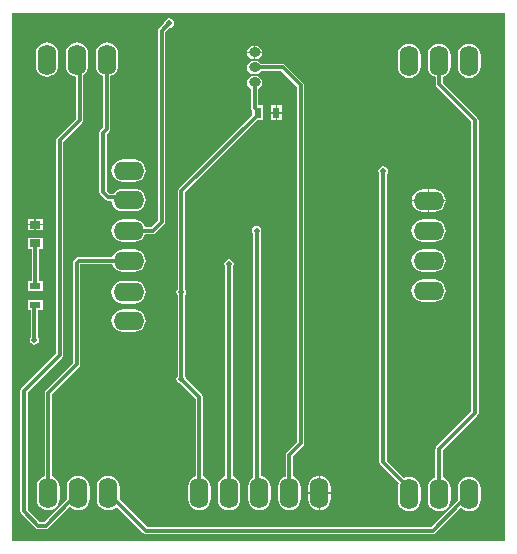
<source format=gtl>
G04*
G04 #@! TF.GenerationSoftware,Altium Limited,Altium Designer,21.0.9 (235)*
G04*
G04 Layer_Physical_Order=1*
G04 Layer_Color=255*
%FSLAX44Y44*%
%MOMM*%
G71*
G04*
G04 #@! TF.SameCoordinates,A09F276E-AA30-40E7-8DD8-8EDFBC635AFD*
G04*
G04*
G04 #@! TF.FilePolarity,Positive*
G04*
G01*
G75*
%ADD13R,0.9500X0.6000*%
%ADD14R,0.9500X0.7000*%
%ADD15R,0.6000X0.9500*%
%ADD22C,0.3000*%
%ADD23O,2.6000X1.6000*%
%ADD24O,1.6000X2.6000*%
%ADD25O,1.0000X0.8000*%
%ADD26C,0.5000*%
G36*
X418461Y448461D02*
X418461Y1539D01*
X1539Y1539D01*
X1539Y448461D01*
X418461Y448461D01*
D02*
G37*
%LPC*%
G36*
X207618Y420644D02*
X207368D01*
Y415786D01*
X213076D01*
X212799Y417182D01*
X211583Y419001D01*
X209764Y420217D01*
X207618Y420644D01*
D02*
G37*
G36*
X205868D02*
X205618D01*
X203472Y420217D01*
X201653Y419001D01*
X200437Y417182D01*
X200159Y415786D01*
X205868D01*
Y420644D01*
D02*
G37*
G36*
X213076Y414286D02*
X207368D01*
Y409428D01*
X207618D01*
X209764Y409855D01*
X211583Y411071D01*
X212799Y412890D01*
X213076Y414286D01*
D02*
G37*
G36*
X205868D02*
X200159D01*
X200437Y412890D01*
X201653Y411071D01*
X203472Y409855D01*
X205618Y409428D01*
X205868D01*
Y414286D01*
D02*
G37*
G36*
X30750Y423482D02*
X28270Y423156D01*
X25959Y422198D01*
X23974Y420676D01*
X22452Y418691D01*
X21495Y416380D01*
X21168Y413900D01*
Y403900D01*
X21495Y401420D01*
X22452Y399109D01*
X23974Y397124D01*
X25959Y395602D01*
X28270Y394645D01*
X30750Y394318D01*
X33230Y394645D01*
X35541Y395602D01*
X37525Y397124D01*
X39048Y399109D01*
X40005Y401420D01*
X40332Y403900D01*
Y413900D01*
X40005Y416380D01*
X39048Y418691D01*
X37525Y420676D01*
X35541Y422198D01*
X33230Y423156D01*
X30750Y423482D01*
D02*
G37*
G36*
X388400Y422582D02*
X385920Y422256D01*
X383609Y421298D01*
X381625Y419776D01*
X380102Y417791D01*
X379145Y415480D01*
X378818Y413000D01*
Y403000D01*
X379145Y400520D01*
X380102Y398209D01*
X381625Y396225D01*
X383609Y394702D01*
X385920Y393745D01*
X388400Y393418D01*
X390880Y393745D01*
X393191Y394702D01*
X395176Y396225D01*
X396698Y398209D01*
X397655Y400520D01*
X397982Y403000D01*
Y413000D01*
X397655Y415480D01*
X396698Y417791D01*
X395176Y419776D01*
X393191Y421298D01*
X390880Y422256D01*
X388400Y422582D01*
D02*
G37*
G36*
X337600D02*
X335120Y422256D01*
X332809Y421298D01*
X330825Y419776D01*
X329302Y417791D01*
X328345Y415480D01*
X328018Y413000D01*
Y403000D01*
X328345Y400520D01*
X329302Y398209D01*
X330825Y396225D01*
X332809Y394702D01*
X335120Y393745D01*
X337600Y393418D01*
X340080Y393745D01*
X342391Y394702D01*
X344375Y396225D01*
X345898Y398209D01*
X346856Y400520D01*
X347182Y403000D01*
Y413000D01*
X346856Y415480D01*
X345898Y417791D01*
X344375Y419776D01*
X342391Y421298D01*
X340080Y422256D01*
X337600Y422582D01*
D02*
G37*
G36*
X229670Y370232D02*
X225920D01*
Y364732D01*
X229670D01*
Y370232D01*
D02*
G37*
G36*
X224420D02*
X220670D01*
Y364732D01*
X224420D01*
Y370232D01*
D02*
G37*
G36*
X229670Y363232D02*
X225920D01*
Y357732D01*
X229670D01*
Y363232D01*
D02*
G37*
G36*
X224420D02*
X220670D01*
Y357732D01*
X224420D01*
Y363232D01*
D02*
G37*
G36*
X105000Y324582D02*
X95000D01*
X92520Y324255D01*
X90209Y323298D01*
X88224Y321776D01*
X86702Y319791D01*
X85744Y317480D01*
X85418Y315000D01*
X85744Y312520D01*
X86702Y310209D01*
X88224Y308225D01*
X90209Y306702D01*
X92520Y305744D01*
X95000Y305418D01*
X105000D01*
X107480Y305744D01*
X109791Y306702D01*
X111776Y308225D01*
X113298Y310209D01*
X114256Y312520D01*
X114582Y315000D01*
X114256Y317480D01*
X113298Y319791D01*
X111776Y321776D01*
X109791Y323298D01*
X107480Y324255D01*
X105000Y324582D01*
D02*
G37*
G36*
X359000Y299182D02*
X354750D01*
Y290350D01*
X368483D01*
X368256Y292080D01*
X367298Y294391D01*
X365775Y296376D01*
X363791Y297898D01*
X361480Y298855D01*
X359000Y299182D01*
D02*
G37*
G36*
X353250D02*
X349000D01*
X346520Y298855D01*
X344209Y297898D01*
X342225Y296376D01*
X340702Y294391D01*
X339744Y292080D01*
X339517Y290350D01*
X353250D01*
Y299182D01*
D02*
G37*
G36*
X81550Y423482D02*
X79070Y423156D01*
X76759Y422198D01*
X74774Y420676D01*
X73252Y418691D01*
X72295Y416380D01*
X71968Y413900D01*
Y403900D01*
X72295Y401420D01*
X73252Y399109D01*
X74774Y397124D01*
X76759Y395602D01*
X78491Y394884D01*
Y351446D01*
X76187Y349142D01*
X75524Y348149D01*
X75291Y346979D01*
X75291Y346979D01*
Y296776D01*
X75291Y296775D01*
X75524Y295605D01*
X76187Y294613D01*
X80475Y290325D01*
X80475Y290324D01*
X81468Y289662D01*
X82638Y289429D01*
X82638Y289429D01*
X85493D01*
X85744Y287520D01*
X86702Y285209D01*
X88224Y283225D01*
X90209Y281702D01*
X92520Y280744D01*
X95000Y280418D01*
X105000D01*
X107480Y280744D01*
X109791Y281702D01*
X111776Y283225D01*
X113298Y285209D01*
X114256Y287520D01*
X114582Y290000D01*
X114256Y292480D01*
X113298Y294791D01*
X111776Y296775D01*
X109791Y298298D01*
X107480Y299256D01*
X105000Y299582D01*
X95000D01*
X92520Y299256D01*
X90209Y298298D01*
X88224Y296775D01*
X87281Y295546D01*
X83905D01*
X81409Y298043D01*
Y345712D01*
X83713Y348016D01*
X83713Y348016D01*
X84376Y349008D01*
X84609Y350179D01*
X84609Y350179D01*
Y394884D01*
X86341Y395602D01*
X88325Y397124D01*
X89848Y399109D01*
X90805Y401420D01*
X91132Y403900D01*
Y413900D01*
X90805Y416380D01*
X89848Y418691D01*
X88325Y420676D01*
X86341Y422198D01*
X84030Y423156D01*
X81550Y423482D01*
D02*
G37*
G36*
X368483Y288850D02*
X354750D01*
Y280018D01*
X359000D01*
X361480Y280345D01*
X363791Y281302D01*
X365775Y282825D01*
X367298Y284809D01*
X368256Y287120D01*
X368483Y288850D01*
D02*
G37*
G36*
X353250D02*
X339517D01*
X339744Y287120D01*
X340702Y284809D01*
X342225Y282825D01*
X344209Y281302D01*
X346520Y280345D01*
X349000Y280018D01*
X353250D01*
Y288850D01*
D02*
G37*
G36*
X27238Y274320D02*
X21738D01*
Y270070D01*
X27238D01*
Y274320D01*
D02*
G37*
G36*
X20238D02*
X14738D01*
Y270070D01*
X20238D01*
Y274320D01*
D02*
G37*
G36*
X134366Y443752D02*
X132805Y443442D01*
X131482Y442558D01*
X130598Y441235D01*
X130349Y439983D01*
X125853Y435487D01*
X125190Y434495D01*
X124957Y433324D01*
X124957Y433324D01*
Y273047D01*
X119169Y267259D01*
X114016D01*
X113298Y268991D01*
X111776Y270975D01*
X109791Y272498D01*
X107480Y273456D01*
X105000Y273782D01*
X95000D01*
X92520Y273456D01*
X90209Y272498D01*
X88224Y270975D01*
X86702Y268991D01*
X85744Y266680D01*
X85418Y264200D01*
X85744Y261720D01*
X86702Y259409D01*
X88224Y257425D01*
X90209Y255902D01*
X92520Y254944D01*
X95000Y254618D01*
X105000D01*
X107480Y254944D01*
X109791Y255902D01*
X111776Y257425D01*
X113298Y259409D01*
X114016Y261141D01*
X120436D01*
X120436Y261141D01*
X121607Y261374D01*
X122599Y262037D01*
X130179Y269617D01*
X130179Y269617D01*
X130842Y270609D01*
X131075Y271780D01*
X131075Y271780D01*
Y432057D01*
X134675Y435657D01*
X135927Y435906D01*
X137250Y436790D01*
X138134Y438113D01*
X138444Y439674D01*
X138134Y441235D01*
X137250Y442558D01*
X135927Y443442D01*
X134366Y443752D01*
D02*
G37*
G36*
X27238Y268570D02*
X21738D01*
Y264320D01*
X27238D01*
Y268570D01*
D02*
G37*
G36*
X20238D02*
X14738D01*
Y264320D01*
X20238D01*
Y268570D01*
D02*
G37*
G36*
X359000Y273782D02*
X349000D01*
X346520Y273456D01*
X344209Y272498D01*
X342225Y270975D01*
X340702Y268991D01*
X339744Y266680D01*
X339418Y264200D01*
X339744Y261720D01*
X340702Y259409D01*
X342225Y257425D01*
X344209Y255902D01*
X346520Y254944D01*
X349000Y254618D01*
X359000D01*
X361480Y254944D01*
X363791Y255902D01*
X365775Y257425D01*
X367298Y259409D01*
X368256Y261720D01*
X368582Y264200D01*
X368256Y266680D01*
X367298Y268991D01*
X365775Y270975D01*
X363791Y272498D01*
X361480Y273456D01*
X359000Y273782D01*
D02*
G37*
G36*
X105000Y248382D02*
X95000D01*
X92520Y248055D01*
X90209Y247098D01*
X88224Y245576D01*
X86702Y243591D01*
X85984Y241859D01*
X57952D01*
X57952Y241859D01*
X56782Y241626D01*
X55789Y240963D01*
X55789Y240963D01*
X53987Y239161D01*
X53324Y238169D01*
X53091Y236998D01*
X53091Y236998D01*
Y152200D01*
X29827Y128936D01*
X29164Y127944D01*
X28932Y126773D01*
X28932Y126773D01*
Y56016D01*
X27199Y55298D01*
X25215Y53776D01*
X23692Y51791D01*
X22735Y49480D01*
X22408Y47000D01*
Y37000D01*
X22735Y34520D01*
X23692Y32209D01*
X25215Y30224D01*
X27199Y28702D01*
X29510Y27745D01*
X31990Y27418D01*
X34470Y27745D01*
X36781Y28702D01*
X38766Y30224D01*
X40289Y32209D01*
X41246Y34520D01*
X41572Y37000D01*
Y47000D01*
X41246Y49480D01*
X40289Y51791D01*
X38766Y53776D01*
X36781Y55298D01*
X35049Y56016D01*
Y125506D01*
X58313Y148770D01*
X58976Y149763D01*
X59209Y150933D01*
Y235731D01*
X59219Y235741D01*
X85984D01*
X86702Y234009D01*
X88224Y232025D01*
X90209Y230502D01*
X92520Y229545D01*
X95000Y229218D01*
X105000D01*
X107480Y229545D01*
X109791Y230502D01*
X111776Y232025D01*
X113298Y234009D01*
X114256Y236320D01*
X114582Y238800D01*
X114256Y241280D01*
X113298Y243591D01*
X111776Y245576D01*
X109791Y247098D01*
X107480Y248055D01*
X105000Y248382D01*
D02*
G37*
G36*
X359000D02*
X349000D01*
X346520Y248055D01*
X344209Y247098D01*
X342225Y245576D01*
X340702Y243591D01*
X339744Y241280D01*
X339418Y238800D01*
X339744Y236320D01*
X340702Y234009D01*
X342225Y232025D01*
X344209Y230502D01*
X346520Y229545D01*
X349000Y229218D01*
X359000D01*
X361480Y229545D01*
X363791Y230502D01*
X365775Y232025D01*
X367298Y234009D01*
X368256Y236320D01*
X368582Y238800D01*
X368256Y241280D01*
X367298Y243591D01*
X365775Y245576D01*
X363791Y247098D01*
X361480Y248055D01*
X359000Y248382D01*
D02*
G37*
G36*
X27238Y258320D02*
X14738D01*
Y248320D01*
X17929D01*
Y221820D01*
X14738D01*
Y212820D01*
X27238D01*
Y221820D01*
X24047D01*
Y248320D01*
X27238D01*
Y258320D01*
D02*
G37*
G36*
X359000Y222982D02*
X349000D01*
X346520Y222656D01*
X344209Y221698D01*
X342225Y220175D01*
X340702Y218191D01*
X339744Y215880D01*
X339418Y213400D01*
X339744Y210920D01*
X340702Y208609D01*
X342225Y206625D01*
X344209Y205102D01*
X346520Y204144D01*
X349000Y203818D01*
X359000D01*
X361480Y204144D01*
X363791Y205102D01*
X365775Y206625D01*
X367298Y208609D01*
X368256Y210920D01*
X368582Y213400D01*
X368256Y215880D01*
X367298Y218191D01*
X365775Y220175D01*
X363791Y221698D01*
X361480Y222656D01*
X359000Y222982D01*
D02*
G37*
G36*
X105000Y221582D02*
X95000D01*
X92520Y221255D01*
X90209Y220298D01*
X88224Y218776D01*
X86702Y216791D01*
X85744Y214480D01*
X85418Y212000D01*
X85744Y209520D01*
X86702Y207209D01*
X88224Y205225D01*
X90209Y203702D01*
X92520Y202745D01*
X95000Y202418D01*
X105000D01*
X107480Y202745D01*
X109791Y203702D01*
X111776Y205225D01*
X113298Y207209D01*
X114256Y209520D01*
X114582Y212000D01*
X114256Y214480D01*
X113298Y216791D01*
X111776Y218776D01*
X109791Y220298D01*
X107480Y221255D01*
X105000Y221582D01*
D02*
G37*
G36*
Y197582D02*
X95000D01*
X92520Y197255D01*
X90209Y196298D01*
X88224Y194776D01*
X86702Y192791D01*
X85744Y190480D01*
X85418Y188000D01*
X85744Y185520D01*
X86702Y183209D01*
X88224Y181225D01*
X90209Y179702D01*
X92520Y178745D01*
X95000Y178418D01*
X105000D01*
X107480Y178745D01*
X109791Y179702D01*
X111776Y181225D01*
X113298Y183209D01*
X114256Y185520D01*
X114582Y188000D01*
X114256Y190480D01*
X113298Y192791D01*
X111776Y194776D01*
X109791Y196298D01*
X107480Y197255D01*
X105000Y197582D01*
D02*
G37*
G36*
X27238Y205820D02*
X14738D01*
Y196820D01*
X17179D01*
Y174326D01*
X16470Y173265D01*
X16160Y171704D01*
X16470Y170143D01*
X17354Y168820D01*
X18677Y167936D01*
X20238Y167626D01*
X21799Y167936D01*
X23122Y168820D01*
X24006Y170143D01*
X24316Y171704D01*
X24006Y173265D01*
X23297Y174326D01*
Y196820D01*
X27238D01*
Y205820D01*
D02*
G37*
G36*
X262350Y56483D02*
Y42750D01*
X271182D01*
Y47000D01*
X270856Y49480D01*
X269898Y51791D01*
X268375Y53776D01*
X266391Y55298D01*
X264080Y56255D01*
X262350Y56483D01*
D02*
G37*
G36*
X260850D02*
X259120Y56255D01*
X256809Y55298D01*
X254825Y53776D01*
X253302Y51791D01*
X252345Y49480D01*
X252018Y47000D01*
Y42750D01*
X260850D01*
Y56483D01*
D02*
G37*
G36*
X271182Y41250D02*
X262350D01*
Y27517D01*
X264080Y27745D01*
X266391Y28702D01*
X268375Y30224D01*
X269898Y32209D01*
X270856Y34520D01*
X271182Y37000D01*
Y41250D01*
D02*
G37*
G36*
X260850D02*
X252018D01*
Y37000D01*
X252345Y34520D01*
X253302Y32209D01*
X254825Y30224D01*
X256809Y28702D01*
X259120Y27745D01*
X260850Y27517D01*
Y41250D01*
D02*
G37*
G36*
X207618Y407944D02*
X205618D01*
X203472Y407517D01*
X201653Y406301D01*
X200437Y404482D01*
X200010Y402336D01*
X200437Y400190D01*
X201653Y398371D01*
X203472Y397155D01*
X205618Y396728D01*
X207618D01*
X209764Y397155D01*
X211583Y398371D01*
X212189Y399277D01*
X229293D01*
X242723Y385848D01*
Y85251D01*
X233803Y76331D01*
X233140Y75339D01*
X232907Y74168D01*
X232907Y74168D01*
Y55919D01*
X231409Y55298D01*
X229425Y53776D01*
X227902Y51791D01*
X226945Y49480D01*
X226618Y47000D01*
Y37000D01*
X226945Y34520D01*
X227902Y32209D01*
X229425Y30224D01*
X231409Y28702D01*
X233720Y27745D01*
X236200Y27418D01*
X238680Y27745D01*
X240991Y28702D01*
X242976Y30224D01*
X244498Y32209D01*
X245455Y34520D01*
X245782Y37000D01*
Y47000D01*
X245455Y49480D01*
X244498Y51791D01*
X242976Y53776D01*
X240991Y55298D01*
X239025Y56113D01*
Y72901D01*
X247945Y81821D01*
X248608Y82813D01*
X248841Y83984D01*
X248841Y83984D01*
Y387114D01*
X248608Y388285D01*
X247945Y389277D01*
X247945Y389277D01*
X232723Y404499D01*
X231731Y405162D01*
X230560Y405395D01*
X230560Y405395D01*
X212189D01*
X211583Y406301D01*
X209764Y407517D01*
X207618Y407944D01*
D02*
G37*
G36*
X208320Y268278D02*
X206759Y267968D01*
X205436Y267084D01*
X204552Y265761D01*
X204242Y264200D01*
X204552Y262639D01*
X205436Y261316D01*
X205644Y261177D01*
Y55018D01*
X204025Y53776D01*
X202502Y51791D01*
X201545Y49480D01*
X201218Y47000D01*
Y37000D01*
X201545Y34520D01*
X202502Y32209D01*
X204025Y30224D01*
X206009Y28702D01*
X208320Y27745D01*
X210800Y27418D01*
X213280Y27745D01*
X215591Y28702D01*
X217575Y30224D01*
X219098Y32209D01*
X220056Y34520D01*
X220382Y37000D01*
Y47000D01*
X220056Y49480D01*
X219098Y51791D01*
X217575Y53776D01*
X215591Y55298D01*
X213280Y56255D01*
X211761Y56455D01*
Y262151D01*
X212088Y262639D01*
X212398Y264200D01*
X212088Y265761D01*
X211204Y267084D01*
X209881Y267968D01*
X208320Y268278D01*
D02*
G37*
G36*
X185000Y239809D02*
X183439Y239499D01*
X182116Y238615D01*
X181232Y237292D01*
X180922Y235731D01*
X181232Y234170D01*
X181941Y233109D01*
Y56016D01*
X180209Y55298D01*
X178225Y53776D01*
X176702Y51791D01*
X175745Y49480D01*
X175418Y47000D01*
Y37000D01*
X175745Y34520D01*
X176702Y32209D01*
X178225Y30224D01*
X180209Y28702D01*
X182520Y27745D01*
X185000Y27418D01*
X187480Y27745D01*
X189791Y28702D01*
X191775Y30224D01*
X193298Y32209D01*
X194256Y34520D01*
X194582Y37000D01*
Y47000D01*
X194256Y49480D01*
X193298Y51791D01*
X191775Y53776D01*
X189791Y55298D01*
X188059Y56016D01*
Y233109D01*
X188768Y234170D01*
X189078Y235731D01*
X188768Y237292D01*
X187884Y238615D01*
X186561Y239499D01*
X185000Y239809D01*
D02*
G37*
G36*
X207618Y395244D02*
X205618D01*
X203472Y394817D01*
X201653Y393601D01*
X200437Y391782D01*
X200010Y389636D01*
X200437Y387490D01*
X201653Y385671D01*
X203472Y384455D01*
X203559Y384438D01*
Y368284D01*
X203559Y368284D01*
X203792Y367114D01*
X204455Y366121D01*
X204670Y365906D01*
Y362058D01*
X142363Y299751D01*
X141700Y298759D01*
X141467Y297588D01*
X141467Y297588D01*
Y214622D01*
X140758Y213561D01*
X140448Y212000D01*
X140758Y210439D01*
X141467Y209378D01*
Y141306D01*
X140758Y140245D01*
X140448Y138684D01*
X140758Y137123D01*
X141642Y135800D01*
X142965Y134916D01*
X144217Y134667D01*
X156941Y121943D01*
Y56016D01*
X155209Y55298D01*
X153225Y53776D01*
X151702Y51791D01*
X150745Y49480D01*
X150418Y47000D01*
Y37000D01*
X150745Y34520D01*
X151702Y32209D01*
X153225Y30224D01*
X155209Y28702D01*
X157520Y27745D01*
X160000Y27418D01*
X162480Y27745D01*
X164791Y28702D01*
X166775Y30224D01*
X168298Y32209D01*
X169256Y34520D01*
X169582Y37000D01*
Y47000D01*
X169256Y49480D01*
X168298Y51791D01*
X166775Y53776D01*
X164791Y55298D01*
X163059Y56016D01*
Y123210D01*
X162826Y124381D01*
X162163Y125373D01*
X162163Y125373D01*
X148543Y138993D01*
X148294Y140245D01*
X147585Y141306D01*
Y209378D01*
X148294Y210439D01*
X148604Y212000D01*
X148294Y213561D01*
X147585Y214622D01*
Y296321D01*
X208996Y357732D01*
X213670D01*
Y370232D01*
X209676D01*
Y384438D01*
X209764Y384455D01*
X211583Y385671D01*
X212799Y387490D01*
X213225Y389636D01*
X212799Y391782D01*
X211583Y393601D01*
X209764Y394817D01*
X207618Y395244D01*
D02*
G37*
G36*
X56150Y423482D02*
X53670Y423156D01*
X51359Y422198D01*
X49374Y420676D01*
X47852Y418691D01*
X46894Y416380D01*
X46568Y413900D01*
Y403900D01*
X46894Y401420D01*
X47852Y399109D01*
X49374Y397124D01*
X51359Y395602D01*
X53670Y394645D01*
X55571Y394394D01*
Y358999D01*
X39493Y342921D01*
X38830Y341929D01*
X38597Y340758D01*
X38597Y340758D01*
Y160017D01*
X9267Y130687D01*
X8604Y129694D01*
X8371Y128524D01*
X8371Y128524D01*
Y26740D01*
X8371Y26740D01*
X8604Y25570D01*
X9267Y24577D01*
X21529Y12315D01*
X21529Y12315D01*
X22522Y11652D01*
X23692Y11419D01*
X29868D01*
X29868Y11419D01*
X31039Y11652D01*
X32031Y12315D01*
X49982Y30266D01*
X50615Y30224D01*
X52599Y28702D01*
X54910Y27745D01*
X57390Y27418D01*
X59870Y27745D01*
X62181Y28702D01*
X64166Y30224D01*
X65689Y32209D01*
X66646Y34520D01*
X66972Y37000D01*
Y47000D01*
X66646Y49480D01*
X65689Y51791D01*
X64166Y53776D01*
X62181Y55298D01*
X59870Y56255D01*
X57390Y56582D01*
X54910Y56255D01*
X52599Y55298D01*
X50615Y53776D01*
X49092Y51791D01*
X48135Y49480D01*
X47808Y47000D01*
Y37000D01*
X47842Y36744D01*
X47740Y36676D01*
X47740Y36675D01*
X28601Y17537D01*
X24959D01*
X14489Y28007D01*
Y127257D01*
X43819Y156587D01*
X44482Y157579D01*
X44715Y158750D01*
Y339491D01*
X60793Y355569D01*
X61456Y356562D01*
X61689Y357732D01*
X61689Y357732D01*
Y396176D01*
X62925Y397124D01*
X64448Y399109D01*
X65405Y401420D01*
X65732Y403900D01*
Y413900D01*
X65405Y416380D01*
X64448Y418691D01*
X62925Y420676D01*
X60941Y422198D01*
X58630Y423156D01*
X56150Y423482D01*
D02*
G37*
G36*
X82790Y56582D02*
X80310Y56255D01*
X77999Y55298D01*
X76015Y53776D01*
X74492Y51791D01*
X73535Y49480D01*
X73208Y47000D01*
Y37000D01*
X73535Y34520D01*
X74492Y32209D01*
X76015Y30224D01*
X77999Y28702D01*
X80310Y27745D01*
X82790Y27418D01*
X85270Y27745D01*
X87581Y28702D01*
X89566Y30224D01*
X90198Y30266D01*
X112467Y7997D01*
X112467Y7997D01*
X113460Y7334D01*
X114630Y7101D01*
X114630Y7101D01*
X357560D01*
X357560Y7101D01*
X358731Y7334D01*
X359723Y7997D01*
X380992Y29266D01*
X381625Y29225D01*
X383609Y27702D01*
X385920Y26744D01*
X388400Y26418D01*
X390880Y26744D01*
X393191Y27702D01*
X395176Y29225D01*
X396698Y31209D01*
X397655Y33520D01*
X397982Y36000D01*
Y46000D01*
X397655Y48480D01*
X396698Y50791D01*
X395176Y52776D01*
X393191Y54298D01*
X390880Y55255D01*
X388400Y55582D01*
X385920Y55255D01*
X383609Y54298D01*
X381625Y52776D01*
X380102Y50791D01*
X379145Y48480D01*
X378818Y46000D01*
Y36000D01*
X378852Y35744D01*
X378750Y35675D01*
X356293Y13219D01*
X115897D01*
X92441Y36676D01*
X92338Y36744D01*
X92372Y37000D01*
Y47000D01*
X92046Y49480D01*
X91088Y51791D01*
X89566Y53776D01*
X87581Y55298D01*
X85270Y56255D01*
X82790Y56582D01*
D02*
G37*
G36*
X363000Y422582D02*
X360520Y422256D01*
X358209Y421298D01*
X356225Y419776D01*
X354702Y417791D01*
X353745Y415480D01*
X353418Y413000D01*
Y403000D01*
X353745Y400520D01*
X354702Y398209D01*
X356225Y396225D01*
X358209Y394702D01*
X359941Y393984D01*
Y387923D01*
X359941Y387923D01*
X360174Y386752D01*
X360837Y385760D01*
X390132Y356465D01*
Y110994D01*
X360549Y81411D01*
X359886Y80419D01*
X359653Y79248D01*
X359653Y79248D01*
Y54896D01*
X358209Y54298D01*
X356225Y52776D01*
X354702Y50791D01*
X353745Y48480D01*
X353418Y46000D01*
Y36000D01*
X353745Y33520D01*
X354702Y31209D01*
X356225Y29225D01*
X358209Y27702D01*
X360520Y26744D01*
X363000Y26418D01*
X365480Y26744D01*
X367791Y27702D01*
X369776Y29225D01*
X371298Y31209D01*
X372256Y33520D01*
X372582Y36000D01*
Y46000D01*
X372256Y48480D01*
X371298Y50791D01*
X369776Y52776D01*
X367791Y54298D01*
X365771Y55135D01*
Y77981D01*
X395354Y107564D01*
X395354Y107564D01*
X396017Y108556D01*
X396250Y109727D01*
X396250Y109727D01*
Y357732D01*
X396250Y357732D01*
X396017Y358903D01*
X395354Y359895D01*
X366059Y389190D01*
Y393984D01*
X367791Y394702D01*
X369776Y396225D01*
X371298Y398209D01*
X372256Y400520D01*
X372582Y403000D01*
Y413000D01*
X372256Y415480D01*
X371298Y417791D01*
X369776Y419776D01*
X367791Y421298D01*
X365480Y422256D01*
X363000Y422582D01*
D02*
G37*
G36*
X315471Y318530D02*
X313910Y318220D01*
X312587Y317336D01*
X311703Y316013D01*
X311393Y314452D01*
X311703Y312891D01*
X312412Y311830D01*
Y68129D01*
X312412Y68129D01*
X312645Y66958D01*
X313308Y65966D01*
X329062Y50212D01*
X328345Y48480D01*
X328018Y46000D01*
Y36000D01*
X328345Y33520D01*
X329302Y31209D01*
X330825Y29225D01*
X332809Y27702D01*
X335120Y26744D01*
X337600Y26418D01*
X340080Y26744D01*
X342391Y27702D01*
X344375Y29225D01*
X345898Y31209D01*
X346856Y33520D01*
X347182Y36000D01*
Y46000D01*
X346856Y48480D01*
X345898Y50791D01*
X344375Y52776D01*
X342391Y54298D01*
X340080Y55255D01*
X337600Y55582D01*
X335120Y55255D01*
X333388Y54538D01*
X318530Y69396D01*
Y311830D01*
X319239Y312891D01*
X319549Y314452D01*
X319239Y316013D01*
X318355Y317336D01*
X317032Y318220D01*
X315471Y318530D01*
D02*
G37*
%LPD*%
D13*
X20988Y217320D02*
D03*
Y201320D02*
D03*
D14*
Y253320D02*
D03*
Y269320D02*
D03*
D15*
X209170Y363982D02*
D03*
X225170D02*
D03*
D22*
X315471Y68129D02*
X337600Y46000D01*
Y41000D02*
Y46000D01*
X315471Y68129D02*
Y314452D01*
X208703Y44097D02*
X210800Y42000D01*
X208703Y44097D02*
Y263817D01*
X208320Y264200D02*
X208703Y263817D01*
X185000Y42000D02*
Y235731D01*
X144526Y212000D02*
Y297588D01*
Y138684D02*
Y212000D01*
X209170Y362232D02*
Y363982D01*
X144526Y297588D02*
X209170Y362232D01*
X20238Y171704D02*
Y200570D01*
X20988Y201320D01*
X160000Y42000D02*
Y123210D01*
X144526Y138684D02*
X160000Y123210D01*
X235966Y42234D02*
Y74168D01*
Y42234D02*
X236200Y42000D01*
X245782Y83984D02*
Y387114D01*
X235966Y74168D02*
X245782Y83984D01*
X230560Y402336D02*
X245782Y387114D01*
X206618Y402336D02*
X230560D01*
X206618Y368284D02*
Y389636D01*
Y368284D02*
X209170Y365732D01*
Y363982D02*
Y365732D01*
X128016Y433324D02*
X134366Y439674D01*
X128016Y271780D02*
Y433324D01*
X100000Y264200D02*
X120436D01*
X128016Y271780D01*
X82790Y40518D02*
X88795Y34513D01*
X90278D02*
X114630Y10160D01*
X82790Y40518D02*
Y42000D01*
X88795Y34513D02*
X90278D01*
X114630Y10160D02*
X357560D01*
X388400Y39518D02*
Y41000D01*
X382395Y33513D02*
X388400Y39518D01*
X380913Y33513D02*
X382395D01*
X357560Y10160D02*
X380913Y33513D01*
X56150Y408900D02*
X58630Y406420D01*
Y357732D02*
Y406420D01*
X41656Y340758D02*
X58630Y357732D01*
X41656Y158750D02*
Y340758D01*
X11430Y128524D02*
X41656Y158750D01*
X11430Y26740D02*
Y128524D01*
Y26740D02*
X23692Y14478D01*
X29868D01*
X57390Y40518D02*
Y42000D01*
X51385Y34513D02*
X57390Y40518D01*
X49903Y34513D02*
X51385D01*
X29868Y14478D02*
X49903Y34513D01*
X56150Y236998D02*
X57952Y238800D01*
X100000D01*
X56150Y150933D02*
Y236998D01*
X31990Y126773D02*
X56150Y150933D01*
X31990Y42000D02*
Y126773D01*
X20988Y217320D02*
Y253320D01*
X362712Y41288D02*
Y79248D01*
Y41288D02*
X363000Y41000D01*
X393191Y109727D02*
Y357732D01*
X362712Y79248D02*
X393191Y109727D01*
X363000Y387923D02*
X393191Y357732D01*
X363000Y387923D02*
Y408000D01*
X78350Y346979D02*
X81550Y350179D01*
Y408900D01*
X78350Y296775D02*
Y346979D01*
X82638Y292487D02*
X97513D01*
X100000Y290000D01*
X78350Y296775D02*
X82638Y292487D01*
D23*
X354000Y213400D02*
D03*
Y238800D02*
D03*
Y264200D02*
D03*
Y289600D02*
D03*
X100000Y188000D02*
D03*
Y212000D02*
D03*
Y238800D02*
D03*
Y315000D02*
D03*
Y290000D02*
D03*
Y264200D02*
D03*
D24*
X261600Y42000D02*
D03*
X210800D02*
D03*
X185000D02*
D03*
X160000D02*
D03*
X236200D02*
D03*
X337600Y408000D02*
D03*
X363000D02*
D03*
X388400D02*
D03*
X30750Y408900D02*
D03*
X56150D02*
D03*
X81550D02*
D03*
X82790Y42000D02*
D03*
X57390D02*
D03*
X31990D02*
D03*
X388400Y41000D02*
D03*
X363000D02*
D03*
X337600D02*
D03*
D25*
X206618Y415036D02*
D03*
Y402336D02*
D03*
Y389636D02*
D03*
D26*
X315471Y314452D02*
D03*
X185000Y235731D02*
D03*
X208320Y264200D02*
D03*
X144526Y212000D02*
D03*
X20238Y171704D02*
D03*
X144526Y138684D02*
D03*
X134366Y439674D02*
D03*
M02*

</source>
